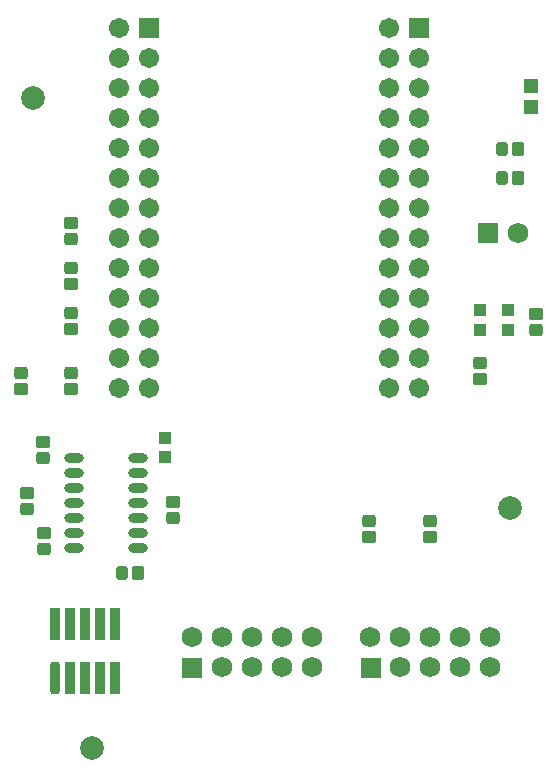
<source format=gts>
G04*
G04 #@! TF.GenerationSoftware,Altium Limited,Altium Designer,19.1.6 (110)*
G04*
G04 Layer_Color=8388736*
%FSLAX25Y25*%
%MOIN*%
G70*
G01*
G75*
G04:AMPARAMS|DCode=27|XSize=45.4mil|YSize=39.5mil|CornerRadius=7.15mil|HoleSize=0mil|Usage=FLASHONLY|Rotation=0.000|XOffset=0mil|YOffset=0mil|HoleType=Round|Shape=RoundedRectangle|*
%AMROUNDEDRECTD27*
21,1,0.04540,0.02520,0,0,0.0*
21,1,0.03110,0.03950,0,0,0.0*
1,1,0.01430,0.01555,-0.01260*
1,1,0.01430,-0.01555,-0.01260*
1,1,0.01430,-0.01555,0.01260*
1,1,0.01430,0.01555,0.01260*
%
%ADD27ROUNDEDRECTD27*%
G04:AMPARAMS|DCode=28|XSize=45.4mil|YSize=39.5mil|CornerRadius=7.94mil|HoleSize=0mil|Usage=FLASHONLY|Rotation=0.000|XOffset=0mil|YOffset=0mil|HoleType=Round|Shape=RoundedRectangle|*
%AMROUNDEDRECTD28*
21,1,0.04540,0.02362,0,0,0.0*
21,1,0.02953,0.03950,0,0,0.0*
1,1,0.01587,0.01476,-0.01181*
1,1,0.01587,-0.01476,-0.01181*
1,1,0.01587,-0.01476,0.01181*
1,1,0.01587,0.01476,0.01181*
%
%ADD28ROUNDEDRECTD28*%
%ADD29R,0.04737X0.04737*%
%ADD30C,0.07874*%
G04:AMPARAMS|DCode=31|XSize=45.4mil|YSize=39.5mil|CornerRadius=7.94mil|HoleSize=0mil|Usage=FLASHONLY|Rotation=90.000|XOffset=0mil|YOffset=0mil|HoleType=Round|Shape=RoundedRectangle|*
%AMROUNDEDRECTD31*
21,1,0.04540,0.02362,0,0,90.0*
21,1,0.02953,0.03950,0,0,90.0*
1,1,0.01587,0.01181,0.01476*
1,1,0.01587,0.01181,-0.01476*
1,1,0.01587,-0.01181,-0.01476*
1,1,0.01587,-0.01181,0.01476*
%
%ADD31ROUNDEDRECTD31*%
G04:AMPARAMS|DCode=32|XSize=45.4mil|YSize=39.5mil|CornerRadius=7.15mil|HoleSize=0mil|Usage=FLASHONLY|Rotation=90.000|XOffset=0mil|YOffset=0mil|HoleType=Round|Shape=RoundedRectangle|*
%AMROUNDEDRECTD32*
21,1,0.04540,0.02520,0,0,90.0*
21,1,0.03110,0.03950,0,0,90.0*
1,1,0.01430,0.01260,0.01555*
1,1,0.01430,0.01260,-0.01555*
1,1,0.01430,-0.01260,-0.01555*
1,1,0.01430,-0.01260,0.01555*
%
%ADD32ROUNDEDRECTD32*%
%ADD33R,0.04343X0.03950*%
%ADD34O,0.06509X0.03162*%
G04:AMPARAMS|DCode=35|XSize=108mil|YSize=33mil|CornerRadius=10.25mil|HoleSize=0mil|Usage=FLASHONLY|Rotation=90.000|XOffset=0mil|YOffset=0mil|HoleType=Round|Shape=RoundedRectangle|*
%AMROUNDEDRECTD35*
21,1,0.10800,0.01250,0,0,90.0*
21,1,0.08750,0.03300,0,0,90.0*
1,1,0.02050,0.00625,0.04375*
1,1,0.02050,0.00625,-0.04375*
1,1,0.02050,-0.00625,-0.04375*
1,1,0.02050,-0.00625,0.04375*
%
%ADD35ROUNDEDRECTD35*%
%ADD36R,0.03300X0.10800*%
%ADD37R,0.03950X0.03950*%
%ADD38C,0.06800*%
%ADD39R,0.06800X0.06800*%
%ADD40C,0.06706*%
%ADD41R,0.06706X0.06706*%
D27*
X152264Y89961D02*
D03*
X131693D02*
D03*
X23500Y91357D02*
D03*
X187500Y164315D02*
D03*
X168748Y142533D02*
D03*
X32300Y139342D02*
D03*
X15800D02*
D03*
X32300Y159142D02*
D03*
X66300Y101657D02*
D03*
X32300Y174143D02*
D03*
X32382Y194488D02*
D03*
X23000Y121658D02*
D03*
X17700Y104657D02*
D03*
D28*
X152264Y95276D02*
D03*
X131693D02*
D03*
X23500Y86042D02*
D03*
X187500Y159000D02*
D03*
X168748Y147848D02*
D03*
X32300Y144658D02*
D03*
X15800D02*
D03*
X32300Y164457D02*
D03*
X66300Y96342D02*
D03*
X32300Y179457D02*
D03*
X32382Y189173D02*
D03*
X23000Y116342D02*
D03*
X17700Y99343D02*
D03*
D29*
X185700Y233100D02*
D03*
Y240100D02*
D03*
D30*
X178740Y99606D02*
D03*
X39370Y19685D02*
D03*
X19685Y236221D02*
D03*
D31*
X176042Y209700D02*
D03*
Y219300D02*
D03*
X49542Y78000D02*
D03*
D32*
X181358Y209700D02*
D03*
Y219300D02*
D03*
X54857Y78000D02*
D03*
D33*
X63800Y122750D02*
D03*
Y116450D02*
D03*
D34*
X54828Y86400D02*
D03*
Y91400D02*
D03*
Y96400D02*
D03*
Y101400D02*
D03*
Y106400D02*
D03*
Y111400D02*
D03*
Y116400D02*
D03*
X33372Y86400D02*
D03*
Y91400D02*
D03*
Y96400D02*
D03*
Y101400D02*
D03*
Y106400D02*
D03*
Y111400D02*
D03*
Y116400D02*
D03*
D35*
X27205Y42870D02*
D03*
D36*
Y60870D02*
D03*
X32205Y42870D02*
D03*
Y60870D02*
D03*
X37205Y42870D02*
D03*
Y60870D02*
D03*
X42205Y42870D02*
D03*
Y60870D02*
D03*
X47205Y42870D02*
D03*
Y60870D02*
D03*
D37*
X178148Y165496D02*
D03*
Y159000D02*
D03*
X168748Y165496D02*
D03*
Y159000D02*
D03*
D38*
X102618Y46496D02*
D03*
X112618D02*
D03*
Y56496D02*
D03*
X102618D02*
D03*
X92618D02*
D03*
Y46496D02*
D03*
X82618Y56496D02*
D03*
Y46496D02*
D03*
X72618Y56496D02*
D03*
X162224Y46496D02*
D03*
X172224D02*
D03*
Y56496D02*
D03*
X162224D02*
D03*
X152224D02*
D03*
Y46496D02*
D03*
X142224Y56496D02*
D03*
Y46496D02*
D03*
X132224Y56496D02*
D03*
X181358Y191100D02*
D03*
D39*
X72818Y46396D02*
D03*
X132424D02*
D03*
X171358Y191100D02*
D03*
D40*
X148500Y139500D02*
D03*
X138500D02*
D03*
X148500Y149500D02*
D03*
X138500D02*
D03*
X148500Y159500D02*
D03*
X138500D02*
D03*
X148500Y169500D02*
D03*
X138500D02*
D03*
X148500Y179500D02*
D03*
X138500D02*
D03*
X148500Y189500D02*
D03*
X138500D02*
D03*
X148500Y199500D02*
D03*
X138500D02*
D03*
X148500Y209500D02*
D03*
X138500D02*
D03*
X148500Y219500D02*
D03*
X138500D02*
D03*
X148500Y229500D02*
D03*
X138500D02*
D03*
X148500Y239500D02*
D03*
X138500D02*
D03*
X148500Y249500D02*
D03*
X138500D02*
D03*
Y259500D02*
D03*
X48382D02*
D03*
Y249500D02*
D03*
X58382D02*
D03*
X48382Y239500D02*
D03*
X58382D02*
D03*
X48382Y229500D02*
D03*
X58382D02*
D03*
X48382Y219500D02*
D03*
X58382D02*
D03*
X48382Y209500D02*
D03*
X58382D02*
D03*
X48382Y199500D02*
D03*
X58382D02*
D03*
X48382Y189500D02*
D03*
X58382D02*
D03*
X48382Y179500D02*
D03*
X58382D02*
D03*
X48382Y169500D02*
D03*
X58382D02*
D03*
X48382Y159500D02*
D03*
X58382D02*
D03*
X48382Y149500D02*
D03*
X58382D02*
D03*
X48382Y139500D02*
D03*
X58382D02*
D03*
D41*
X148500Y259500D02*
D03*
X58382D02*
D03*
M02*

</source>
